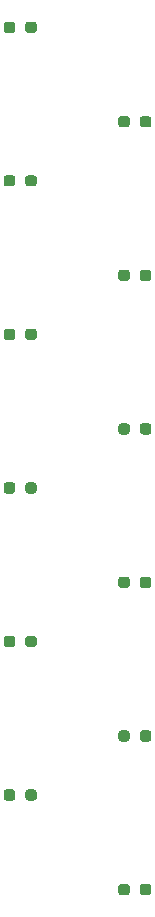
<source format=gbr>
%TF.GenerationSoftware,KiCad,Pcbnew,(5.1.10)-1*%
%TF.CreationDate,2021-10-07T19:24:08+02:00*%
%TF.ProjectId,output.KSI_rotator_endstop,6f757470-7574-42e4-9b53-495f726f7461,rev?*%
%TF.SameCoordinates,Original*%
%TF.FileFunction,Paste,Top*%
%TF.FilePolarity,Positive*%
%FSLAX46Y46*%
G04 Gerber Fmt 4.6, Leading zero omitted, Abs format (unit mm)*
G04 Created by KiCad (PCBNEW (5.1.10)-1) date 2021-10-07 19:24:08*
%MOMM*%
%LPD*%
G01*
G04 APERTURE LIST*
G04 APERTURE END LIST*
%TO.C,R1*%
G36*
G01*
X137225000Y-149737500D02*
X137225000Y-149262500D01*
G75*
G02*
X137462500Y-149025000I237500J0D01*
G01*
X137962500Y-149025000D01*
G75*
G02*
X138200000Y-149262500I0J-237500D01*
G01*
X138200000Y-149737500D01*
G75*
G02*
X137962500Y-149975000I-237500J0D01*
G01*
X137462500Y-149975000D01*
G75*
G02*
X137225000Y-149737500I0J237500D01*
G01*
G37*
G36*
G01*
X135400000Y-149737500D02*
X135400000Y-149262500D01*
G75*
G02*
X135637500Y-149025000I237500J0D01*
G01*
X136137500Y-149025000D01*
G75*
G02*
X136375000Y-149262500I0J-237500D01*
G01*
X136375000Y-149737500D01*
G75*
G02*
X136137500Y-149975000I-237500J0D01*
G01*
X135637500Y-149975000D01*
G75*
G02*
X135400000Y-149737500I0J237500D01*
G01*
G37*
%TD*%
%TO.C,R2*%
G36*
G01*
X146925000Y-157737500D02*
X146925000Y-157262500D01*
G75*
G02*
X147162500Y-157025000I237500J0D01*
G01*
X147662500Y-157025000D01*
G75*
G02*
X147900000Y-157262500I0J-237500D01*
G01*
X147900000Y-157737500D01*
G75*
G02*
X147662500Y-157975000I-237500J0D01*
G01*
X147162500Y-157975000D01*
G75*
G02*
X146925000Y-157737500I0J237500D01*
G01*
G37*
G36*
G01*
X145100000Y-157737500D02*
X145100000Y-157262500D01*
G75*
G02*
X145337500Y-157025000I237500J0D01*
G01*
X145837500Y-157025000D01*
G75*
G02*
X146075000Y-157262500I0J-237500D01*
G01*
X146075000Y-157737500D01*
G75*
G02*
X145837500Y-157975000I-237500J0D01*
G01*
X145337500Y-157975000D01*
G75*
G02*
X145100000Y-157737500I0J237500D01*
G01*
G37*
%TD*%
%TO.C,R1*%
G36*
G01*
X137225000Y-136737500D02*
X137225000Y-136262500D01*
G75*
G02*
X137462500Y-136025000I237500J0D01*
G01*
X137962500Y-136025000D01*
G75*
G02*
X138200000Y-136262500I0J-237500D01*
G01*
X138200000Y-136737500D01*
G75*
G02*
X137962500Y-136975000I-237500J0D01*
G01*
X137462500Y-136975000D01*
G75*
G02*
X137225000Y-136737500I0J237500D01*
G01*
G37*
G36*
G01*
X135400000Y-136737500D02*
X135400000Y-136262500D01*
G75*
G02*
X135637500Y-136025000I237500J0D01*
G01*
X136137500Y-136025000D01*
G75*
G02*
X136375000Y-136262500I0J-237500D01*
G01*
X136375000Y-136737500D01*
G75*
G02*
X136137500Y-136975000I-237500J0D01*
G01*
X135637500Y-136975000D01*
G75*
G02*
X135400000Y-136737500I0J237500D01*
G01*
G37*
%TD*%
%TO.C,R2*%
G36*
G01*
X146925000Y-144737500D02*
X146925000Y-144262500D01*
G75*
G02*
X147162500Y-144025000I237500J0D01*
G01*
X147662500Y-144025000D01*
G75*
G02*
X147900000Y-144262500I0J-237500D01*
G01*
X147900000Y-144737500D01*
G75*
G02*
X147662500Y-144975000I-237500J0D01*
G01*
X147162500Y-144975000D01*
G75*
G02*
X146925000Y-144737500I0J237500D01*
G01*
G37*
G36*
G01*
X145100000Y-144737500D02*
X145100000Y-144262500D01*
G75*
G02*
X145337500Y-144025000I237500J0D01*
G01*
X145837500Y-144025000D01*
G75*
G02*
X146075000Y-144262500I0J-237500D01*
G01*
X146075000Y-144737500D01*
G75*
G02*
X145837500Y-144975000I-237500J0D01*
G01*
X145337500Y-144975000D01*
G75*
G02*
X145100000Y-144737500I0J237500D01*
G01*
G37*
%TD*%
%TO.C,R1*%
G36*
G01*
X137225000Y-123737500D02*
X137225000Y-123262500D01*
G75*
G02*
X137462500Y-123025000I237500J0D01*
G01*
X137962500Y-123025000D01*
G75*
G02*
X138200000Y-123262500I0J-237500D01*
G01*
X138200000Y-123737500D01*
G75*
G02*
X137962500Y-123975000I-237500J0D01*
G01*
X137462500Y-123975000D01*
G75*
G02*
X137225000Y-123737500I0J237500D01*
G01*
G37*
G36*
G01*
X135400000Y-123737500D02*
X135400000Y-123262500D01*
G75*
G02*
X135637500Y-123025000I237500J0D01*
G01*
X136137500Y-123025000D01*
G75*
G02*
X136375000Y-123262500I0J-237500D01*
G01*
X136375000Y-123737500D01*
G75*
G02*
X136137500Y-123975000I-237500J0D01*
G01*
X135637500Y-123975000D01*
G75*
G02*
X135400000Y-123737500I0J237500D01*
G01*
G37*
%TD*%
%TO.C,R2*%
G36*
G01*
X146925000Y-131737500D02*
X146925000Y-131262500D01*
G75*
G02*
X147162500Y-131025000I237500J0D01*
G01*
X147662500Y-131025000D01*
G75*
G02*
X147900000Y-131262500I0J-237500D01*
G01*
X147900000Y-131737500D01*
G75*
G02*
X147662500Y-131975000I-237500J0D01*
G01*
X147162500Y-131975000D01*
G75*
G02*
X146925000Y-131737500I0J237500D01*
G01*
G37*
G36*
G01*
X145100000Y-131737500D02*
X145100000Y-131262500D01*
G75*
G02*
X145337500Y-131025000I237500J0D01*
G01*
X145837500Y-131025000D01*
G75*
G02*
X146075000Y-131262500I0J-237500D01*
G01*
X146075000Y-131737500D01*
G75*
G02*
X145837500Y-131975000I-237500J0D01*
G01*
X145337500Y-131975000D01*
G75*
G02*
X145100000Y-131737500I0J237500D01*
G01*
G37*
%TD*%
%TO.C,R1*%
G36*
G01*
X137225000Y-110737500D02*
X137225000Y-110262500D01*
G75*
G02*
X137462500Y-110025000I237500J0D01*
G01*
X137962500Y-110025000D01*
G75*
G02*
X138200000Y-110262500I0J-237500D01*
G01*
X138200000Y-110737500D01*
G75*
G02*
X137962500Y-110975000I-237500J0D01*
G01*
X137462500Y-110975000D01*
G75*
G02*
X137225000Y-110737500I0J237500D01*
G01*
G37*
G36*
G01*
X135400000Y-110737500D02*
X135400000Y-110262500D01*
G75*
G02*
X135637500Y-110025000I237500J0D01*
G01*
X136137500Y-110025000D01*
G75*
G02*
X136375000Y-110262500I0J-237500D01*
G01*
X136375000Y-110737500D01*
G75*
G02*
X136137500Y-110975000I-237500J0D01*
G01*
X135637500Y-110975000D01*
G75*
G02*
X135400000Y-110737500I0J237500D01*
G01*
G37*
%TD*%
%TO.C,R2*%
G36*
G01*
X146925000Y-118737500D02*
X146925000Y-118262500D01*
G75*
G02*
X147162500Y-118025000I237500J0D01*
G01*
X147662500Y-118025000D01*
G75*
G02*
X147900000Y-118262500I0J-237500D01*
G01*
X147900000Y-118737500D01*
G75*
G02*
X147662500Y-118975000I-237500J0D01*
G01*
X147162500Y-118975000D01*
G75*
G02*
X146925000Y-118737500I0J237500D01*
G01*
G37*
G36*
G01*
X145100000Y-118737500D02*
X145100000Y-118262500D01*
G75*
G02*
X145337500Y-118025000I237500J0D01*
G01*
X145837500Y-118025000D01*
G75*
G02*
X146075000Y-118262500I0J-237500D01*
G01*
X146075000Y-118737500D01*
G75*
G02*
X145837500Y-118975000I-237500J0D01*
G01*
X145337500Y-118975000D01*
G75*
G02*
X145100000Y-118737500I0J237500D01*
G01*
G37*
%TD*%
%TO.C,R1*%
G36*
G01*
X137225000Y-97737500D02*
X137225000Y-97262500D01*
G75*
G02*
X137462500Y-97025000I237500J0D01*
G01*
X137962500Y-97025000D01*
G75*
G02*
X138200000Y-97262500I0J-237500D01*
G01*
X138200000Y-97737500D01*
G75*
G02*
X137962500Y-97975000I-237500J0D01*
G01*
X137462500Y-97975000D01*
G75*
G02*
X137225000Y-97737500I0J237500D01*
G01*
G37*
G36*
G01*
X135400000Y-97737500D02*
X135400000Y-97262500D01*
G75*
G02*
X135637500Y-97025000I237500J0D01*
G01*
X136137500Y-97025000D01*
G75*
G02*
X136375000Y-97262500I0J-237500D01*
G01*
X136375000Y-97737500D01*
G75*
G02*
X136137500Y-97975000I-237500J0D01*
G01*
X135637500Y-97975000D01*
G75*
G02*
X135400000Y-97737500I0J237500D01*
G01*
G37*
%TD*%
%TO.C,R2*%
G36*
G01*
X146925000Y-105737500D02*
X146925000Y-105262500D01*
G75*
G02*
X147162500Y-105025000I237500J0D01*
G01*
X147662500Y-105025000D01*
G75*
G02*
X147900000Y-105262500I0J-237500D01*
G01*
X147900000Y-105737500D01*
G75*
G02*
X147662500Y-105975000I-237500J0D01*
G01*
X147162500Y-105975000D01*
G75*
G02*
X146925000Y-105737500I0J237500D01*
G01*
G37*
G36*
G01*
X145100000Y-105737500D02*
X145100000Y-105262500D01*
G75*
G02*
X145337500Y-105025000I237500J0D01*
G01*
X145837500Y-105025000D01*
G75*
G02*
X146075000Y-105262500I0J-237500D01*
G01*
X146075000Y-105737500D01*
G75*
G02*
X145837500Y-105975000I-237500J0D01*
G01*
X145337500Y-105975000D01*
G75*
G02*
X145100000Y-105737500I0J237500D01*
G01*
G37*
%TD*%
%TO.C,R2*%
G36*
G01*
X146925000Y-92737500D02*
X146925000Y-92262500D01*
G75*
G02*
X147162500Y-92025000I237500J0D01*
G01*
X147662500Y-92025000D01*
G75*
G02*
X147900000Y-92262500I0J-237500D01*
G01*
X147900000Y-92737500D01*
G75*
G02*
X147662500Y-92975000I-237500J0D01*
G01*
X147162500Y-92975000D01*
G75*
G02*
X146925000Y-92737500I0J237500D01*
G01*
G37*
G36*
G01*
X145100000Y-92737500D02*
X145100000Y-92262500D01*
G75*
G02*
X145337500Y-92025000I237500J0D01*
G01*
X145837500Y-92025000D01*
G75*
G02*
X146075000Y-92262500I0J-237500D01*
G01*
X146075000Y-92737500D01*
G75*
G02*
X145837500Y-92975000I-237500J0D01*
G01*
X145337500Y-92975000D01*
G75*
G02*
X145100000Y-92737500I0J237500D01*
G01*
G37*
%TD*%
%TO.C,R1*%
G36*
G01*
X137225000Y-84737500D02*
X137225000Y-84262500D01*
G75*
G02*
X137462500Y-84025000I237500J0D01*
G01*
X137962500Y-84025000D01*
G75*
G02*
X138200000Y-84262500I0J-237500D01*
G01*
X138200000Y-84737500D01*
G75*
G02*
X137962500Y-84975000I-237500J0D01*
G01*
X137462500Y-84975000D01*
G75*
G02*
X137225000Y-84737500I0J237500D01*
G01*
G37*
G36*
G01*
X135400000Y-84737500D02*
X135400000Y-84262500D01*
G75*
G02*
X135637500Y-84025000I237500J0D01*
G01*
X136137500Y-84025000D01*
G75*
G02*
X136375000Y-84262500I0J-237500D01*
G01*
X136375000Y-84737500D01*
G75*
G02*
X136137500Y-84975000I-237500J0D01*
G01*
X135637500Y-84975000D01*
G75*
G02*
X135400000Y-84737500I0J237500D01*
G01*
G37*
%TD*%
M02*

</source>
